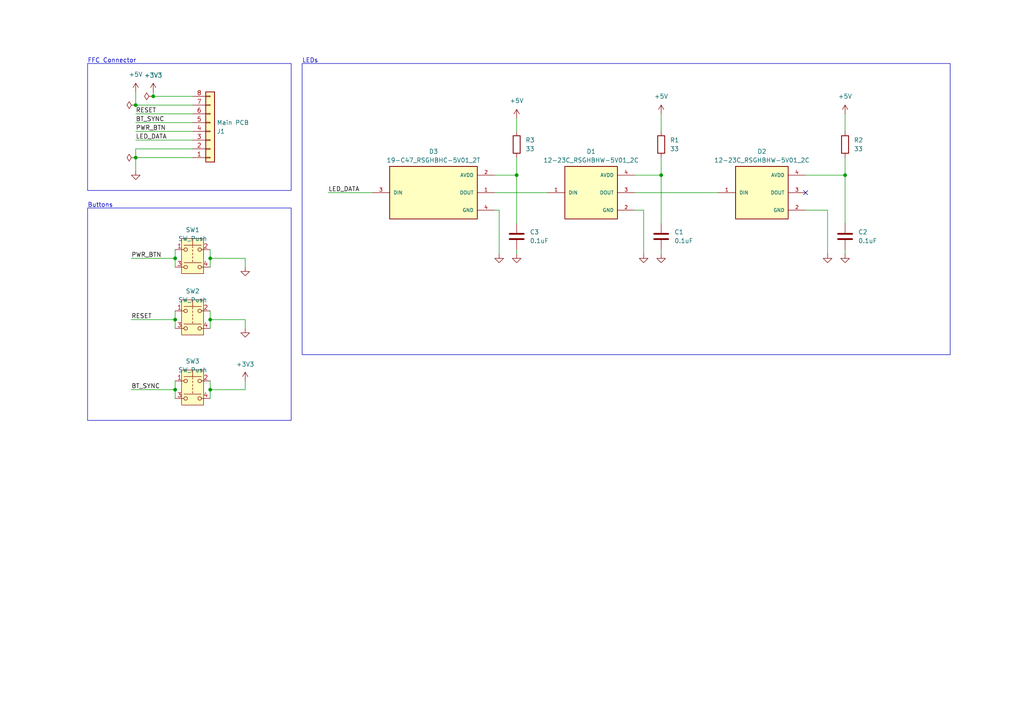
<source format=kicad_sch>
(kicad_sch (version 20231120) (generator "eeschema") (generator_version "8.0")
  (paper "A4")
  (lib_symbols
    (symbol "12-23C_RSGHBHW-5V01_2C:12-23C_RSGHBHW-5V01_2C" (pin_names (offset 1.016))
      (property "Reference" "U" (at -7.4168 8.3058 0))
      (property "Value" "12-23C_RSGHBHW-5V01_2C" (at -7.366 -9.906 0))
      (symbol "12-23C_RSGHBHW-5V01_2C_0_0"
        (rectangle (start -7.62 7.62) (end 7.62 -7.62) (stroke (width 0.254)) (fill (type background)))
        (pin input line (at -12.7 0 0) (length 5.08) (name "DIN") (number "1"))
        (pin power_in line (at 12.7 -5.08 180) (length 5.08) (name "GND") (number "2"))
        (pin output line (at 12.7 0 180) (length 5.08) (name "DOUT") (number "3"))
      )
      (symbol "12-23C_RSGHBHW-5V01_2C_1_0"
        (pin passive line (at 12.7 5.08 180) (length 5.08) (name "AVDD") (number "4"))
      )
    )
    (symbol "19-C47_RSGHBHC-5V01_2T:19-C47_RSGHBHC-5V01_2T" (pin_names (offset 1.016))
      (property "Reference" "D" (at -12.7 8.382 0))
      (property "Value" "19-C47_RSGHBHC-5V01_2T" (at -12.7 -10.16 0))
      (symbol "19-C47_RSGHBHC-5V01_2T_0_0"
        (rectangle (start -12.7 -7.62) (end 12.7 7.62) (stroke (width 0.254)) (fill (type background)))
        (pin output line (at 17.78 0 180) (length 5.08) (name "DOUT") (number "1"))
        (pin input line (at -17.78 0 0) (length 5.08) (name "DIN") (number "3"))
        (pin power_in line (at 17.78 -5.08 180) (length 5.08) (name "GND") (number "4"))
      )
      (symbol "19-C47_RSGHBHC-5V01_2T_1_0"
        (pin passive line (at 17.78 5.08 180) (length 5.08) (name "AVDD") (number "2"))
      )
    )
    (symbol "Connector_Generic:Conn_01x08" (pin_names (offset 1.016) hide)
      (property "Reference" "J" (at 0 10.16 0))
      (property "Value" "Conn_01x08" (at 0 -12.7 0))
      (symbol "Conn_01x08_1_1"
        (rectangle (start -1.27 -10.033) (end 0 -10.287) (stroke (width 0.1524)))
        (rectangle (start -1.27 -7.493) (end 0 -7.747) (stroke (width 0.1524)))
        (rectangle (start -1.27 -4.953) (end 0 -5.207) (stroke (width 0.1524)))
        (rectangle (start -1.27 -2.413) (end 0 -2.667) (stroke (width 0.1524)))
        (rectangle (start -1.27 0.127) (end 0 -0.127) (stroke (width 0.1524)))
        (rectangle (start -1.27 2.667) (end 0 2.413) (stroke (width 0.1524)))
        (rectangle (start -1.27 5.207) (end 0 4.953) (stroke (width 0.1524)))
        (rectangle (start -1.27 7.747) (end 0 7.493) (stroke (width 0.1524)))
        (rectangle (start -1.27 8.89) (end 1.27 -11.43) (stroke (width 0.254)) (fill (type background)))
        (pin passive line (at -5.08 7.62 0) (length 3.81) (name "Pin_1") (number "1"))
        (pin passive line (at -5.08 5.08 0) (length 3.81) (name "Pin_2") (number "2"))
        (pin passive line (at -5.08 2.54 0) (length 3.81) (name "Pin_3") (number "3"))
        (pin passive line (at -5.08 0 0) (length 3.81) (name "Pin_4") (number "4"))
        (pin passive line (at -5.08 -2.54 0) (length 3.81) (name "Pin_5") (number "5"))
        (pin passive line (at -5.08 -5.08 0) (length 3.81) (name "Pin_6") (number "6"))
        (pin passive line (at -5.08 -7.62 0) (length 3.81) (name "Pin_7") (number "7"))
        (pin passive line (at -5.08 -10.16 0) (length 3.81) (name "Pin_8") (number "8"))
      )
    )
    (symbol "Device:C" (pin_numbers hide) (pin_names (offset 0.254))
      (property "Reference" "C" (at 0.635 2.54 0))
      (property "Value" "C" (at 0.635 -2.54 0))
      (symbol "C_0_1"
        (polyline (pts (xy -2.032 -0.762) (xy 2.032 -0.762)) (stroke (width 0.508)))
        (polyline (pts (xy -2.032 0.762) (xy 2.032 0.762)) (stroke (width 0.508)))
      )
      (symbol "C_1_1"
        (pin passive line (at 0 3.81 270) (length 2.794) (name "~") (number "1"))
        (pin passive line (at 0 -3.81 90) (length 2.794) (name "~") (number "2"))
      )
    )
    (symbol "Device:R" (pin_numbers hide) (pin_names (offset 0))
      (property "Reference" "R" (at 2.032 0 90))
      (property "Value" "R" (at 0 0 90))
      (symbol "R_0_1"
        (rectangle (start -1.016 -2.54) (end 1.016 2.54) (stroke (width 0.254)))
      )
      (symbol "R_1_1"
        (pin passive line (at 0 3.81 270) (length 1.27) (name "~") (number "1"))
        (pin passive line (at 0 -3.81 90) (length 1.27) (name "~") (number "2"))
      )
    )
    (symbol "Switch:SW_Push_Dual" (pin_names (offset 1.016) hide)
      (property "Reference" "SW" (at 0 7.62 0))
      (property "Value" "SW_Push_Dual" (at 0 -6.35 0))
      (symbol "SW_Push_Dual_0_1"
        (circle (center -2.032 -2.54) (radius 0.508))
        (circle (center -2.032 2.54) (radius 0.508))
        (polyline (pts (xy 0 -0.508) (xy 0 -1.016)))
        (polyline (pts (xy 0 0.508) (xy 0 0)))
        (polyline (pts (xy 0 1.016) (xy 0 1.524)))
        (polyline (pts (xy 0 2.032) (xy 0 2.54)))
        (polyline (pts (xy 0 3.048) (xy 0 3.556)))
        (polyline (pts (xy 0 3.81) (xy 0 5.588)))
        (polyline (pts (xy 2.54 -1.27) (xy -2.54 -1.27)))
        (polyline (pts (xy 2.54 3.81) (xy -2.54 3.81)))
        (circle (center 2.032 -2.54) (radius 0.508))
        (circle (center 2.032 2.54) (radius 0.508))
        (pin passive line (at -5.08 2.54 0) (length 2.54) (name "1") (number "1"))
        (pin passive line (at 5.08 2.54 180) (length 2.54) (name "2") (number "2"))
        (pin passive line (at -5.08 -2.54 0) (length 2.54) (name "3") (number "3"))
        (pin passive line (at 5.08 -2.54 180) (length 2.54) (name "4") (number "4"))
      )
      (symbol "SW_Push_Dual_1_1"
        (rectangle (start -3.175 5.715) (end 3.175 -4.445) (fill (type background)))
      )
    )
    (symbol "power:+3V3" (power) (pin_numbers hide) (pin_names (offset 0) hide)
      (property "Value" "+3V3" (at 0 3.556 0))
      (symbol "+3V3_0_1"
        (polyline (pts (xy -0.762 1.27) (xy 0 2.54)))
        (polyline (pts (xy 0 0) (xy 0 2.54)))
        (polyline (pts (xy 0 2.54) (xy 0.762 1.27)))
      )
      (symbol "+3V3_1_1"
        (pin power_in line (at 0 0 90) (length 0) (name "~") (number "1"))
      )
    )
    (symbol "power:+5V" (power) (pin_numbers hide) (pin_names (offset 0) hide)
      (property "Value" "+5V" (at 0 3.556 0))
      (symbol "+5V_0_1"
        (polyline (pts (xy -0.762 1.27) (xy 0 2.54)))
        (polyline (pts (xy 0 0) (xy 0 2.54)))
        (polyline (pts (xy 0 2.54) (xy 0.762 1.27)))
      )
      (symbol "+5V_1_1"
        (pin power_in line (at 0 0 90) (length 0) (name "~") (number "1"))
      )
    )
    (symbol "power:GND" (power) (pin_numbers hide) (pin_names (offset 0) hide)
      (property "Value" "GND" (at 0 -3.81 0))
      (symbol "GND_0_1"
        (polyline (pts (xy 0 0) (xy 0 -1.27) (xy 1.27 -1.27) (xy 0 -2.54) (xy -1.27 -1.27) (xy 0 -1.27)))
      )
      (symbol "GND_1_1"
        (pin power_in line (at 0 0 270) (length 0) (name "~") (number "1"))
      )
    )
    (symbol "power:PWR_FLAG" (power) (pin_numbers hide) (pin_names (offset 0) hide)
      (property "Value" "PWR_FLAG" (at 0 3.81 0))
      (symbol "PWR_FLAG_0_0"
        (pin power_out line (at 0 0 90) (length 0) (name "~") (number "1"))
      )
      (symbol "PWR_FLAG_0_1"
        (polyline (pts (xy 0 0) (xy 0 1.27) (xy -1.016 1.905) (xy 0 2.54) (xy 1.016 1.905) (xy 0 1.27)))
      )
    )
  )
  (junction (at 60.96 92.71))
  (junction (at 149.86 50.8))
  (junction (at 50.8 74.93))
  (junction (at 50.8 113.03))
  (junction (at 60.96 113.03))
  (junction (at 191.77 50.8))
  (junction (at 39.37 45.72))
  (junction (at 60.96 74.93))
  (junction (at 245.11 50.8))
  (junction (at 39.37 30.48))
  (junction (at 50.8 92.71))
  (junction (at 44.45 27.94))
  (no_connect (at 233.68 55.88))
  (wire (pts (xy 245.11 50.8) (xy 233.68 50.8)))
  (wire (pts (xy 144.78 60.96) (xy 143.51 60.96)))
  (wire (pts (xy 39.37 43.18) (xy 39.37 45.72)))
  (wire (pts (xy 39.37 40.64) (xy 55.88 40.64)))
  (wire (pts (xy 191.77 33.02) (xy 191.77 38.1)))
  (wire (pts (xy 149.86 45.72) (xy 149.86 50.8)))
  (wire (pts (xy 60.96 74.93) (xy 71.12 74.93)))
  (wire (pts (xy 50.8 113.03) (xy 50.8 115.57)))
  (wire (pts (xy 186.69 60.96) (xy 186.69 73.66)))
  (wire (pts (xy 44.45 26.67) (xy 44.45 27.94)))
  (wire (pts (xy 240.03 60.96) (xy 233.68 60.96)))
  (wire (pts (xy 60.96 72.39) (xy 60.96 74.93)))
  (wire (pts (xy 38.1 92.71) (xy 50.8 92.71)))
  (wire (pts (xy 245.11 45.72) (xy 245.11 50.8)))
  (wire (pts (xy 60.96 92.71) (xy 71.12 92.71)))
  (wire (pts (xy 149.86 50.8) (xy 149.86 64.77)))
  (wire (pts (xy 191.77 72.39) (xy 191.77 73.66)))
  (wire (pts (xy 245.11 50.8) (xy 245.11 64.77)))
  (wire (pts (xy 39.37 30.48) (xy 39.37 26.67)))
  (wire (pts (xy 186.69 60.96) (xy 184.15 60.96)))
  (wire (pts (xy 55.88 43.18) (xy 39.37 43.18)))
  (wire (pts (xy 55.88 30.48) (xy 39.37 30.48)))
  (wire (pts (xy 50.8 110.49) (xy 50.8 113.03)))
  (wire (pts (xy 60.96 92.71) (xy 60.96 95.25)))
  (wire (pts (xy 71.12 74.93) (xy 71.12 77.47)))
  (wire (pts (xy 71.12 110.49) (xy 71.12 113.03)))
  (wire (pts (xy 144.78 60.96) (xy 144.78 73.66)))
  (wire (pts (xy 191.77 50.8) (xy 191.77 64.77)))
  (wire (pts (xy 191.77 50.8) (xy 184.15 50.8)))
  (wire (pts (xy 38.1 113.03) (xy 50.8 113.03)))
  (wire (pts (xy 44.45 27.94) (xy 55.88 27.94)))
  (wire (pts (xy 50.8 90.17) (xy 50.8 92.71)))
  (wire (pts (xy 39.37 38.1) (xy 55.88 38.1)))
  (wire (pts (xy 50.8 72.39) (xy 50.8 74.93)))
  (wire (pts (xy 143.51 55.88) (xy 158.75 55.88)))
  (wire (pts (xy 39.37 49.53) (xy 39.37 45.72)))
  (wire (pts (xy 50.8 92.71) (xy 50.8 95.25)))
  (wire (pts (xy 38.1 74.93) (xy 50.8 74.93)))
  (wire (pts (xy 39.37 45.72) (xy 55.88 45.72)))
  (wire (pts (xy 149.86 72.39) (xy 149.86 73.66)))
  (wire (pts (xy 184.15 55.88) (xy 208.28 55.88)))
  (wire (pts (xy 39.37 33.02) (xy 55.88 33.02)))
  (wire (pts (xy 60.96 113.03) (xy 71.12 113.03)))
  (wire (pts (xy 60.96 113.03) (xy 60.96 115.57)))
  (wire (pts (xy 55.88 35.56) (xy 39.37 35.56)))
  (wire (pts (xy 71.12 92.71) (xy 71.12 95.25)))
  (wire (pts (xy 240.03 60.96) (xy 240.03 73.66)))
  (wire (pts (xy 95.25 55.88) (xy 107.95 55.88)))
  (wire (pts (xy 60.96 74.93) (xy 60.96 77.47)))
  (wire (pts (xy 60.96 90.17) (xy 60.96 92.71)))
  (wire (pts (xy 143.51 50.8) (xy 149.86 50.8)))
  (wire (pts (xy 50.8 74.93) (xy 50.8 77.47)))
  (wire (pts (xy 245.11 72.39) (xy 245.11 73.66)))
  (wire (pts (xy 191.77 45.72) (xy 191.77 50.8)))
  (wire (pts (xy 149.86 34.29) (xy 149.86 38.1)))
  (wire (pts (xy 245.11 33.02) (xy 245.11 38.1)))
  (wire (pts (xy 60.96 110.49) (xy 60.96 113.03)))
  (rectangle (start 87.63 18.415) (end 275.59 102.87))
  (rectangle (start 25.4 18.415) (end 84.455 55.245))
  (rectangle (start 25.4 60.325) (end 84.455 121.92))
  (text "FFC Connector" (at 25.4 18.415 0) (effects (font (size 1.27 1.27)) (justify left bottom)))
  (text "Buttons" (at 25.4 60.325 0) (effects (font (size 1.27 1.27)) (justify left bottom)))
  (text "LEDs" (at 87.63 18.415 0) (effects (font (size 1.27 1.27)) (justify left bottom)))
  (label "LED_DATA" (at 95.25 55.88 0))
  (label "RESET" (at 38.1 92.71 0))
  (label "BT_SYNC" (at 38.1 113.03 0))
  (label "PWR_BTN" (at 38.1 74.93 0))
  (label "BT_SYNC" (at 39.37 35.56 0))
  (label "PWR_BTN" (at 39.37 38.1 0))
  (label "LED_DATA" (at 39.37 40.64 0))
  (label "RESET" (at 39.37 33.02 0))
  (symbol (lib_id "power:GND") (at 144.78 73.66 0) (unit 1)
    (property "Reference" "#PWR08" (effects (hide yes)))
    (property "Value" "GND" (effects (hide yes)))
    (property "Description" "Power symbol creates a global label with name \"GND\" , ground" (effects (hide yes)))
  )
  (symbol (lib_id "Switch:SW_Push_Dual") (at 55.88 74.93 0) (unit 1)
    (property "Reference" "SW1" (at 55.88 66.675 0))
    (property "Value" "SW_Push" (at 55.88 69.215 0))
    (property "Footprint" "project-footprints:R668048" (effects (hide yes)))
    (property "Description" "Push button switch, generic, symbol, four pins" (effects (hide yes)))
    (property "MPN" "R-668048" (effects (hide yes)))
    (property "Digi-Key Part #" "2508-R-668048CT-ND" (effects (hide yes)))
    (property "Manufacturer" "Mitsumi Electric Company Ltd" (effects (hide yes)))
  )
  (symbol (lib_id "Device:R") (at 191.77 41.91 0) (unit 1)
    (property "Reference" "R1" (at 194.31 40.64 0) (effects (justify left)))
    (property "Value" "33" (at 194.31 43.18 0) (effects (justify left)))
    (property "Footprint" "Resistor_SMD:R_0402_1005Metric" (effects (hide yes)))
    (property "Description" "Resistor" (effects (hide yes)))
  )
  (symbol (lib_id "Device:R") (at 245.11 41.91 0) (unit 1)
    (property "Reference" "R2" (at 247.65 40.64 0) (effects (justify left)))
    (property "Value" "33" (at 247.65 43.18 0) (effects (justify left)))
    (property "Footprint" "Resistor_SMD:R_0402_1005Metric" (effects (hide yes)))
    (property "Description" "Resistor" (effects (hide yes)))
  )
  (symbol (lib_id "Switch:SW_Push_Dual") (at 55.88 113.03 0) (unit 1)
    (property "Reference" "SW3" (at 55.88 104.775 0))
    (property "Value" "SW_Push" (at 55.88 107.315 0))
    (property "Footprint" "project-footprints:R668048" (effects (hide yes)))
    (property "Description" "Push button switch, generic, symbol, four pins" (effects (hide yes)))
    (property "MPN" "R-668048" (effects (hide yes)))
    (property "Digi-Key Part #" "2508-R-668048CT-ND" (effects (hide yes)))
    (property "Manufacturer" "Mitsumi Electric Company Ltd" (effects (hide yes)))
  )
  (symbol (lib_id "power:GND") (at 186.69 73.66 0) (mirror y) (unit 1)
    (property "Reference" "#PWR012" (effects (hide yes)))
    (property "Value" "GND" (effects (hide yes)))
    (property "Description" "Power symbol creates a global label with name \"GND\" , ground" (effects (hide yes)))
  )
  (symbol (lib_id "power:GND") (at 71.12 77.47 0) (unit 1)
    (property "Reference" "#PWR05" (effects (hide yes)))
    (property "Value" "GND" (effects (hide yes)))
    (property "Description" "Power symbol creates a global label with name \"GND\" , ground" (effects (hide yes)))
  )
  (symbol (lib_id "power:GND") (at 245.11 73.66 0) (unit 1)
    (property "Reference" "#PWR09" (effects (hide yes)))
    (property "Value" "GND" (effects (hide yes)))
    (property "Description" "Power symbol creates a global label with name \"GND\" , ground" (effects (hide yes)))
  )
  (symbol (lib_id "Connector_Generic:Conn_01x08") (at 60.96 38.1 0) (mirror x) (unit 1)
    (property "Reference" "J1" (at 62.865 38.1 0) (effects (justify left)))
    (property "Value" "Main PCB" (at 62.865 35.56 0) (effects (justify left)))
    (property "Footprint" "project-footprints:5034800800" (effects (hide yes)))
    (property "Description" "Generic connector, single row, 01x08, script generated (kicad-library-utils/schlib/autogen/connector/)" (effects (hide yes)))
    (property "MPN" "5014610891" (effects (hide yes)))
    (property "Digi-Key Part #" "WM14413CT-ND" (effects (hide yes)))
    (property "Manufacturer" "Molex" (effects (hide yes)))
  )
  (symbol (lib_id "power:GND") (at 71.12 95.25 0) (unit 1)
    (property "Reference" "#PWR06" (effects (hide yes)))
    (property "Value" "GND" (effects (hide yes)))
    (property "Description" "Power symbol creates a global label with name \"GND\" , ground" (effects (hide yes)))
  )
  (symbol (lib_id "power:GND") (at 240.03 73.66 0) (unit 1)
    (property "Reference" "#PWR010" (effects (hide yes)))
    (property "Value" "GND" (effects (hide yes)))
    (property "Description" "Power symbol creates a global label with name \"GND\" , ground" (effects (hide yes)))
  )
  (symbol (lib_id "Device:C") (at 191.77 68.58 0) (unit 1)
    (property "Reference" "C1" (at 195.58 67.31 0) (effects (justify left)))
    (property "Value" "0.1uF" (at 195.58 69.85 0) (effects (justify left)))
    (property "Footprint" "Capacitor_SMD:C_0402_1005Metric" (effects (hide yes)))
    (property "Description" "Unpolarized capacitor" (effects (hide yes)))
  )
  (symbol (lib_id "Device:C") (at 149.86 68.58 0) (unit 1)
    (property "Reference" "C3" (at 153.67 67.31 0) (effects (justify left)))
    (property "Value" "0.1uF" (at 153.67 69.85 0) (effects (justify left)))
    (property "Footprint" "Capacitor_SMD:C_0402_1005Metric" (effects (hide yes)))
    (property "Description" "Unpolarized capacitor" (effects (hide yes)))
  )
  (symbol (lib_id "power:PWR_FLAG") (at 39.37 45.72 90) (unit 1)
    (property "Reference" "#FLG03" (effects (hide yes)))
    (property "Value" "PWR_FLAG" (effects (hide yes)))
    (property "Description" "Special symbol for telling ERC where power comes from" (effects (hide yes)))
  )
  (symbol (lib_id "power:+5V") (at 245.11 33.02 0) (unit 1)
    (property "Reference" "#PWR01" (effects (hide yes)))
    (property "Value" "+5V" (at 245.11 27.94 0))
    (property "Description" "Power symbol creates a global label with name \"+5V\"" (effects (hide yes)))
  )
  (symbol (lib_id "power:GND") (at 39.37 49.53 0) (unit 1)
    (property "Reference" "#PWR03" (effects (hide yes)))
    (property "Value" "GND" (effects (hide yes)))
    (property "Description" "Power symbol creates a global label with name \"GND\" , ground" (effects (hide yes)))
  )
  (symbol (lib_id "12-23C_RSGHBHW-5V01_2C:12-23C_RSGHBHW-5V01_2C") (at 171.45 55.88 0) (unit 1)
    (property "Reference" "D1" (at 171.45 43.942 0))
    (property "Value" "12-23C_RSGHBHW-5V01_2C" (at 171.45 46.482 0))
    (property "Footprint" "project-footprints:LED_12-23C_RSGHBHW-5V01_2C" (effects (hide yes)))
    (property "Datasheet" "https://mm.digikey.com/Volume0/opasdata/d220001/medias/docus/322/12-23C_RSGHBHW-5V01_2C_Rev4_12-17-18.pdf" (effects (hide yes)))
    (property "Description" "ADDRESS LED DISCRETE SERIAL RGB" (effects (hide yes)))
    (property "MPN" "12-23C/RSGHBHW-5V01/2C" (effects (hide yes)))
    (property "Digi-Key Part #" "1080-1624-1-ND" (effects (hide yes)))
    (property "Manufacturer" "Everlight Electronics Co Ltd" (effects (hide yes)))
    (property "PARTREV" "4" (effects (hide yes)))
    (property "STANDARD" "Manufacturer Recommendations" (effects (hide yes)))
    (property "MAXIMUM_PACKAGE_HIEGHT" "1.1mm" (effects (hide yes)))
    (property "MANUFACTURER" "Everlight" (effects (hide yes)))
  )
  (symbol (lib_id "power:+5V") (at 149.86 34.29 0) (unit 1)
    (property "Reference" "#PWR07" (effects (hide yes)))
    (property "Value" "+5V" (at 149.86 29.21 0))
    (property "Description" "Power symbol creates a global label with name \"+5V\"" (effects (hide yes)))
  )
  (symbol (lib_id "power:GND") (at 191.77 73.66 0) (unit 1)
    (property "Reference" "#PWR011" (effects (hide yes)))
    (property "Value" "GND" (effects (hide yes)))
    (property "Description" "Power symbol creates a global label with name \"GND\" , ground" (effects (hide yes)))
  )
  (symbol (lib_id "power:GND") (at 149.86 73.66 0) (unit 1)
    (property "Reference" "#PWR013" (effects (hide yes)))
    (property "Value" "GND" (effects (hide yes)))
    (property "Description" "Power symbol creates a global label with name \"GND\" , ground" (effects (hide yes)))
  )
  (symbol (lib_id "Device:C") (at 245.11 68.58 0) (unit 1)
    (property "Reference" "C2" (at 248.92 67.31 0) (effects (justify left)))
    (property "Value" "0.1uF" (at 248.92 69.85 0) (effects (justify left)))
    (property "Footprint" "Capacitor_SMD:C_0402_1005Metric" (effects (hide yes)))
    (property "Description" "Unpolarized capacitor" (effects (hide yes)))
  )
  (symbol (lib_id "power:+5V") (at 191.77 33.02 0) (unit 1)
    (property "Reference" "#PWR02" (effects (hide yes)))
    (property "Value" "+5V" (at 191.77 27.94 0))
    (property "Description" "Power symbol creates a global label with name \"+5V\"" (effects (hide yes)))
  )
  (symbol (lib_id "12-23C_RSGHBHW-5V01_2C:12-23C_RSGHBHW-5V01_2C") (at 220.98 55.88 0) (unit 1)
    (property "Reference" "D2" (at 220.98 43.942 0))
    (property "Value" "12-23C_RSGHBHW-5V01_2C" (at 220.98 46.482 0))
    (property "Footprint" "project-footprints:LED_12-23C_RSGHBHW-5V01_2C" (effects (hide yes)))
    (property "Datasheet" "https://mm.digikey.com/Volume0/opasdata/d220001/medias/docus/322/12-23C_RSGHBHW-5V01_2C_Rev4_12-17-18.pdf" (effects (hide yes)))
    (property "Description" "ADDRESS LED DISCRETE SERIAL RGB" (effects (hide yes)))
    (property "MPN" "12-23C/RSGHBHW-5V01/2C" (effects (hide yes)))
    (property "Digi-Key Part #" "1080-1624-1-ND" (effects (hide yes)))
    (property "Manufacturer" "Everlight Electronics Co Ltd" (effects (hide yes)))
    (property "PARTREV" "4" (effects (hide yes)))
    (property "STANDARD" "Manufacturer Recommendations" (effects (hide yes)))
    (property "MAXIMUM_PACKAGE_HIEGHT" "1.1mm" (effects (hide yes)))
    (property "MANUFACTURER" "Everlight" (effects (hide yes)))
  )
  (symbol (lib_id "power:+3V3") (at 71.12 110.49 0) (unit 1)
    (property "Reference" "#PWR015" (effects (hide yes)))
    (property "Value" "+3V3" (at 71.12 105.664 0))
    (property "Description" "Power symbol creates a global label with name \"+3V3\"" (effects (hide yes)))
  )
  (symbol (lib_id "Switch:SW_Push_Dual") (at 55.88 92.71 0) (unit 1)
    (property "Reference" "SW2" (at 55.88 84.455 0))
    (property "Value" "SW_Push" (at 55.88 86.995 0))
    (property "Footprint" "project-footprints:R668048" (effects (hide yes)))
    (property "Description" "Push button switch, generic, symbol, four pins" (effects (hide yes)))
    (property "MPN" "R-668048" (effects (hide yes)))
    (property "Digi-Key Part #" "2508-R-668048CT-ND" (effects (hide yes)))
    (property "Manufacturer" "Mitsumi Electric Company Ltd" (effects (hide yes)))
  )
  (symbol (lib_id "power:PWR_FLAG") (at 39.37 30.48 90) (unit 1)
    (property "Reference" "#FLG02" (effects (hide yes)))
    (property "Value" "PWR_FLAG" (effects (hide yes)))
    (property "Description" "Special symbol for telling ERC where power comes from" (effects (hide yes)))
  )
  (symbol (lib_id "power:+5V") (at 39.37 26.67 0) (unit 1)
    (property "Reference" "#PWR04" (effects (hide yes)))
    (property "Value" "+5V" (at 39.37 21.59 0))
    (property "Description" "Power symbol creates a global label with name \"+5V\"" (effects (hide yes)))
  )
  (symbol (lib_id "Device:R") (at 149.86 41.91 0) (unit 1)
    (property "Reference" "R3" (at 152.4 40.64 0) (effects (justify left)))
    (property "Value" "33" (at 152.4 43.18 0) (effects (justify left)))
    (property "Footprint" "Resistor_SMD:R_0402_1005Metric" (effects (hide yes)))
    (property "Description" "Resistor" (effects (hide yes)))
  )
  (symbol (lib_id "power:PWR_FLAG") (at 44.45 27.94 90) (unit 1)
    (property "Reference" "#FLG01" (effects (hide yes)))
    (property "Value" "PWR_FLAG" (effects (hide yes)))
    (property "Description" "Special symbol for telling ERC where power comes from" (effects (hide yes)))
  )
  (symbol (lib_id "power:+3V3") (at 44.45 26.67 0) (unit 1)
    (property "Reference" "#PWR014" (effects (hide yes)))
    (property "Value" "+3V3" (at 44.45 21.844 0))
    (property "Description" "Power symbol creates a global label with name \"+3V3\"" (effects (hide yes)))
  )
  (symbol (lib_id "19-C47_RSGHBHC-5V01_2T:19-C47_RSGHBHC-5V01_2T") (at 125.73 55.88 0) (unit 1)
    (property "Reference" "D3" (at 125.73 43.942 0))
    (property "Value" "19-C47_RSGHBHC-5V01_2T" (at 125.73 46.482 0))
    (property "Footprint" "project-footprints:LED_19-C47_RSGHBHC-5V01_2T" (effects (hide yes)))
    (property "Description" "ADDRESS LED RED/GREEN/BLUE" (effects (hide yes)))
    (property "MPN" "19-C47/RSGHBHC-5V01/2T" (effects (hide yes)))
    (property "Digi-Key Part #" "1080-1623-1-ND" (effects (hide yes)))
    (property "Manufacturer" "Everlight Electronics Co Ltd" (effects (hide yes)))
    (property "PARTREV" "5" (effects (hide yes)))
    (property "MANUFACTURER" "Everlight Electronics Co Ltd" (effects (hide yes)))
    (property "MAXIMUM_PACKAGE_HEIGHT" "0.65 mm" (effects (hide yes)))
    (property "STANDARD" "Manufacturer Recommendations" (effects (hide yes)))
  )
)
</source>
